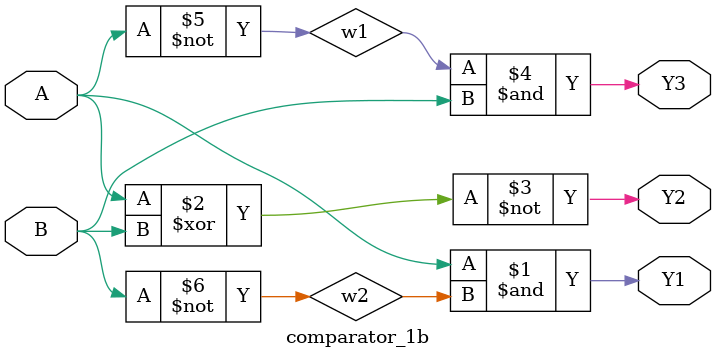
<source format=v>
`timescale 1ns / 1ps

//////////////////////////////////////////////////////////////////////////////////


module comparator_1b(
output Y1,
output Y2,
output Y3,
input A,
input B
    );
 not g1(w1,A);
 not g2(w2,B);
 and g3(Y1,A,w2);//A>B
 xnor g4(Y2,A,B);//A=B
 and g5(Y3,w1,B);//A<B
endmodule

</source>
